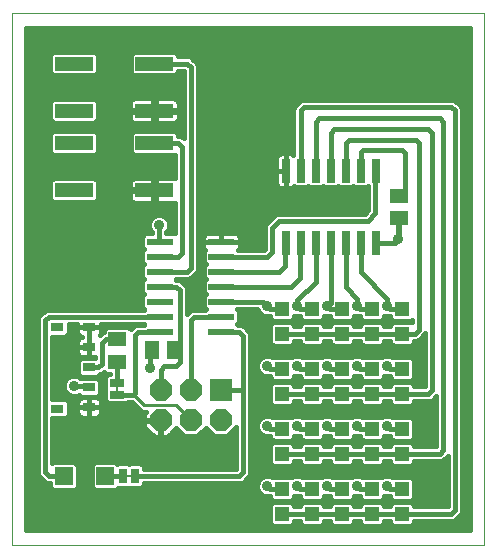
<source format=gtl>
G75*
G70*
%OFA0B0*%
%FSLAX24Y24*%
%IPPOS*%
%LPD*%
%AMOC8*
5,1,8,0,0,1.08239X$1,22.5*
%
%ADD10C,0.0000*%
%ADD11R,0.0870X0.0240*%
%ADD12R,0.0740X0.0740*%
%ADD13OC8,0.0740*%
%ADD14R,0.0512X0.0591*%
%ADD15R,0.0472X0.0472*%
%ADD16R,0.0260X0.0800*%
%ADD17R,0.0591X0.0512*%
%ADD18R,0.0433X0.0315*%
%ADD19R,0.0591X0.0591*%
%ADD20R,0.1260X0.0472*%
%ADD21C,0.0080*%
%ADD22R,0.0500X0.0250*%
%ADD23R,0.0250X0.0500*%
%ADD24C,0.0160*%
%ADD25C,0.0357*%
%ADD26C,0.0100*%
D10*
X004992Y001305D02*
X004992Y019022D01*
X020740Y019022D01*
X020740Y001305D01*
X004992Y001305D01*
D11*
X009930Y008405D03*
X009930Y008905D03*
X009930Y009405D03*
X009930Y009905D03*
X009930Y010405D03*
X009930Y010905D03*
X009930Y011405D03*
X011980Y011405D03*
X011980Y010905D03*
X011980Y010405D03*
X011980Y009905D03*
X011980Y009405D03*
X011980Y008905D03*
X011980Y008405D03*
D12*
X011955Y006455D03*
D13*
X011955Y005455D03*
X010955Y005455D03*
X010955Y006455D03*
X009955Y006455D03*
X009955Y005455D03*
D14*
X009656Y007780D03*
X010404Y007780D03*
D15*
X014005Y008342D03*
X014005Y009168D03*
X015005Y009168D03*
X015005Y008342D03*
X016005Y008342D03*
X016005Y009168D03*
X017005Y009168D03*
X017005Y008342D03*
X018005Y008342D03*
X018005Y009168D03*
X018005Y007168D03*
X018005Y006342D03*
X017005Y006342D03*
X017005Y007168D03*
X016005Y007168D03*
X016005Y006342D03*
X015005Y006342D03*
X015005Y007168D03*
X014005Y007168D03*
X014005Y006342D03*
X014005Y005168D03*
X014005Y004342D03*
X015005Y004342D03*
X015005Y005168D03*
X016005Y005168D03*
X016005Y004342D03*
X017005Y004342D03*
X017005Y005168D03*
X018005Y005168D03*
X018005Y004342D03*
X018005Y003168D03*
X018005Y002342D03*
X017005Y002342D03*
X017005Y003168D03*
X016005Y003168D03*
X016005Y002342D03*
X015005Y002342D03*
X015005Y003168D03*
X014005Y003168D03*
X014005Y002342D03*
D16*
X014119Y011356D03*
X014619Y011356D03*
X015119Y011356D03*
X015619Y011356D03*
X016119Y011356D03*
X016619Y011356D03*
X017119Y011356D03*
X017119Y013776D03*
X016619Y013776D03*
X016119Y013776D03*
X015619Y013776D03*
X015119Y013776D03*
X014619Y013776D03*
X014119Y013776D03*
D17*
X017882Y012930D03*
X017882Y012182D03*
X008508Y008155D03*
X008508Y007407D03*
D18*
X007570Y007219D03*
X007570Y006550D03*
X007570Y005881D03*
X006507Y005841D03*
X007570Y007888D03*
X007570Y008558D03*
X006507Y008558D03*
D19*
X006731Y003593D03*
X008109Y003593D03*
D20*
X007066Y013118D03*
X007066Y014692D03*
X007066Y015768D03*
X007066Y017342D03*
X009744Y017342D03*
X009744Y015768D03*
X009744Y014692D03*
X009744Y013118D03*
D21*
X008505Y006655D02*
X008505Y006355D01*
X008755Y003605D02*
X009055Y003605D01*
D22*
X008505Y006305D03*
X008505Y006705D03*
D23*
X008705Y003605D03*
X009105Y003605D03*
D24*
X012580Y003605D01*
X012705Y003730D01*
X012705Y006455D01*
X011955Y006455D01*
X012705Y006455D02*
X012705Y008255D01*
X012580Y008380D01*
X011955Y008380D01*
X011980Y008405D01*
X011980Y008905D02*
X011080Y008905D01*
X010955Y008780D01*
X010955Y006455D01*
X010480Y007255D02*
X010080Y007255D01*
X009955Y007130D01*
X009955Y006455D01*
X009467Y005745D02*
X009405Y005683D01*
X009405Y005475D01*
X009935Y005475D01*
X009935Y005435D01*
X009975Y005435D01*
X009975Y004905D01*
X010183Y004905D01*
X010469Y005191D01*
X010735Y004925D01*
X011175Y004925D01*
X011455Y005205D01*
X011735Y004925D01*
X012175Y004925D01*
X012465Y005215D01*
X012465Y003845D01*
X009390Y003845D01*
X009390Y003921D01*
X009296Y004015D01*
X008914Y004015D01*
X008905Y004006D01*
X008896Y004015D01*
X008514Y004015D01*
X008509Y004010D01*
X008470Y004048D01*
X007747Y004048D01*
X007654Y003955D01*
X007654Y003232D01*
X007747Y003138D01*
X008470Y003138D01*
X008528Y003195D01*
X008896Y003195D01*
X008905Y003204D01*
X008914Y003195D01*
X009296Y003195D01*
X009390Y003289D01*
X009390Y003365D01*
X012628Y003365D01*
X012716Y003402D01*
X012841Y003527D01*
X012908Y003594D01*
X012945Y003682D01*
X012945Y008303D01*
X012908Y008391D01*
X012716Y008583D01*
X012628Y008620D01*
X012546Y008620D01*
X012511Y008655D01*
X012575Y008719D01*
X012575Y009091D01*
X012511Y009155D01*
X012521Y009165D01*
X013176Y009165D01*
X013218Y009063D01*
X013313Y008968D01*
X013438Y008917D01*
X013572Y008917D01*
X013601Y008928D01*
X013609Y008928D01*
X013609Y008866D01*
X013703Y008772D01*
X014307Y008772D01*
X014401Y008866D01*
X014401Y008932D01*
X014438Y008917D01*
X014572Y008917D01*
X014601Y008928D01*
X014609Y008928D01*
X014609Y008866D01*
X014703Y008772D01*
X015307Y008772D01*
X015401Y008866D01*
X015401Y008932D01*
X015438Y008917D01*
X015572Y008917D01*
X015601Y008928D01*
X015609Y008928D01*
X015609Y008866D01*
X015703Y008772D01*
X016307Y008772D01*
X016401Y008866D01*
X016401Y008932D01*
X016438Y008917D01*
X016572Y008917D01*
X016601Y008928D01*
X016609Y008928D01*
X016609Y008866D01*
X016703Y008772D01*
X017307Y008772D01*
X017401Y008866D01*
X017401Y008932D01*
X017438Y008917D01*
X017572Y008917D01*
X017601Y008928D01*
X017609Y008928D01*
X017609Y008866D01*
X017703Y008772D01*
X018307Y008772D01*
X018315Y008780D01*
X018315Y008730D01*
X018307Y008738D01*
X017703Y008738D01*
X017609Y008644D01*
X017609Y008582D01*
X017401Y008582D01*
X017401Y008644D01*
X017307Y008738D01*
X016703Y008738D01*
X016609Y008644D01*
X016609Y008582D01*
X016401Y008582D01*
X016401Y008644D01*
X016307Y008738D01*
X015703Y008738D01*
X015609Y008644D01*
X015609Y008582D01*
X015401Y008582D01*
X015401Y008644D01*
X015307Y008738D01*
X014703Y008738D01*
X014609Y008644D01*
X014609Y008582D01*
X014401Y008582D01*
X014401Y008644D01*
X014307Y008738D01*
X013703Y008738D01*
X013609Y008644D01*
X013609Y008039D01*
X013703Y007945D01*
X014307Y007945D01*
X014401Y008039D01*
X014401Y008102D01*
X014609Y008102D01*
X014609Y008039D01*
X014703Y007945D01*
X015307Y007945D01*
X015401Y008039D01*
X015401Y008102D01*
X015609Y008102D01*
X015609Y008039D01*
X015703Y007945D01*
X016307Y007945D01*
X016401Y008039D01*
X016401Y008102D01*
X016609Y008102D01*
X016609Y008039D01*
X016703Y007945D01*
X017307Y007945D01*
X017401Y008039D01*
X017401Y008102D01*
X017609Y008102D01*
X017609Y008039D01*
X017703Y007945D01*
X018307Y007945D01*
X018401Y008039D01*
X018401Y008102D01*
X018478Y008102D01*
X018566Y008138D01*
X018633Y008206D01*
X018758Y008331D01*
X018765Y008346D01*
X018765Y006582D01*
X018401Y006582D01*
X018401Y006644D01*
X018307Y006738D01*
X017703Y006738D01*
X017609Y006644D01*
X017609Y006582D01*
X017401Y006582D01*
X017401Y006644D01*
X017307Y006738D01*
X016703Y006738D01*
X016609Y006644D01*
X016609Y006582D01*
X016401Y006582D01*
X016401Y006644D01*
X016307Y006738D01*
X015703Y006738D01*
X015609Y006644D01*
X015609Y006582D01*
X015401Y006582D01*
X015401Y006644D01*
X015307Y006738D01*
X014703Y006738D01*
X014609Y006644D01*
X014609Y006582D01*
X014401Y006582D01*
X014401Y006644D01*
X014307Y006738D01*
X013703Y006738D01*
X013609Y006644D01*
X013609Y006039D01*
X013703Y005945D01*
X014307Y005945D01*
X014401Y006039D01*
X014401Y006102D01*
X014609Y006102D01*
X014609Y006039D01*
X014703Y005945D01*
X015307Y005945D01*
X015401Y006039D01*
X015401Y006102D01*
X015609Y006102D01*
X015609Y006039D01*
X015703Y005945D01*
X016307Y005945D01*
X016401Y006039D01*
X016401Y006102D01*
X016609Y006102D01*
X016609Y006039D01*
X016703Y005945D01*
X017307Y005945D01*
X017401Y006039D01*
X017401Y006102D01*
X017609Y006102D01*
X017609Y006039D01*
X017703Y005945D01*
X018307Y005945D01*
X018401Y006039D01*
X018401Y006102D01*
X018928Y006102D01*
X019016Y006138D01*
X019083Y006206D01*
X019140Y006262D01*
X019140Y004582D01*
X018401Y004582D01*
X018401Y004644D01*
X018307Y004738D01*
X017703Y004738D01*
X017609Y004644D01*
X017609Y004582D01*
X017401Y004582D01*
X017401Y004644D01*
X017307Y004738D01*
X016703Y004738D01*
X016609Y004644D01*
X016609Y004582D01*
X016401Y004582D01*
X016401Y004644D01*
X016307Y004738D01*
X015703Y004738D01*
X015609Y004644D01*
X015609Y004582D01*
X015401Y004582D01*
X015401Y004644D01*
X015307Y004738D01*
X014703Y004738D01*
X014609Y004644D01*
X014609Y004582D01*
X014401Y004582D01*
X014401Y004644D01*
X014307Y004738D01*
X013703Y004738D01*
X013609Y004644D01*
X013609Y004039D01*
X013703Y003945D01*
X014307Y003945D01*
X014401Y004039D01*
X014401Y004102D01*
X014609Y004102D01*
X014609Y004039D01*
X014703Y003945D01*
X015307Y003945D01*
X015401Y004039D01*
X015401Y004102D01*
X015609Y004102D01*
X015609Y004039D01*
X015703Y003945D01*
X016307Y003945D01*
X016401Y004039D01*
X016401Y004102D01*
X016609Y004102D01*
X016609Y004039D01*
X016703Y003945D01*
X017307Y003945D01*
X017401Y004039D01*
X017401Y004102D01*
X017609Y004102D01*
X017609Y004039D01*
X017703Y003945D01*
X018307Y003945D01*
X018401Y004039D01*
X018401Y004102D01*
X019303Y004102D01*
X019391Y004138D01*
X019458Y004206D01*
X019515Y004262D01*
X019515Y002582D01*
X018401Y002582D01*
X018401Y002644D01*
X018307Y002738D01*
X017703Y002738D01*
X017609Y002644D01*
X017609Y002582D01*
X017401Y002582D01*
X017401Y002644D01*
X017307Y002738D01*
X016703Y002738D01*
X016609Y002644D01*
X016609Y002582D01*
X016401Y002582D01*
X016401Y002644D01*
X016307Y002738D01*
X015703Y002738D01*
X015609Y002644D01*
X015609Y002582D01*
X015401Y002582D01*
X015401Y002644D01*
X015307Y002738D01*
X014703Y002738D01*
X014609Y002644D01*
X014609Y002582D01*
X014401Y002582D01*
X014401Y002644D01*
X014307Y002738D01*
X013703Y002738D01*
X013609Y002644D01*
X013609Y002039D01*
X013703Y001945D01*
X014307Y001945D01*
X014401Y002039D01*
X014401Y002102D01*
X014609Y002102D01*
X014609Y002039D01*
X014703Y001945D01*
X015307Y001945D01*
X015401Y002039D01*
X015401Y002102D01*
X015609Y002102D01*
X015609Y002039D01*
X015703Y001945D01*
X016307Y001945D01*
X016401Y002039D01*
X016401Y002102D01*
X016609Y002102D01*
X016609Y002039D01*
X016703Y001945D01*
X017307Y001945D01*
X017401Y002039D01*
X017401Y002102D01*
X017609Y002102D01*
X017609Y002039D01*
X017703Y001945D01*
X018307Y001945D01*
X018401Y002039D01*
X018401Y002102D01*
X019678Y002102D01*
X019766Y002138D01*
X019833Y002206D01*
X019958Y002331D01*
X019995Y002419D01*
X019995Y015828D01*
X019958Y015916D01*
X019891Y015983D01*
X019766Y016108D01*
X019678Y016145D01*
X014696Y016145D01*
X014608Y016108D01*
X014416Y015916D01*
X014379Y015828D01*
X014379Y014301D01*
X014360Y014320D01*
X014319Y014344D01*
X014273Y014356D01*
X014119Y014356D01*
X013965Y014356D01*
X013920Y014344D01*
X013879Y014320D01*
X013845Y014287D01*
X013821Y014246D01*
X013809Y014200D01*
X013809Y013776D01*
X013809Y013352D01*
X013821Y013307D01*
X013845Y013266D01*
X013879Y013232D01*
X013920Y013208D01*
X013965Y013196D01*
X014119Y013196D01*
X014119Y013776D01*
X013809Y013776D01*
X014119Y013776D01*
X014119Y013776D01*
X014119Y013776D01*
X014119Y014356D01*
X014119Y013776D01*
X014119Y013776D01*
X014119Y013196D01*
X014273Y013196D01*
X014319Y013208D01*
X014360Y013232D01*
X014383Y013256D01*
X014423Y013216D01*
X014815Y013216D01*
X014869Y013270D01*
X014923Y013216D01*
X015315Y013216D01*
X015369Y013270D01*
X015423Y013216D01*
X015815Y013216D01*
X015869Y013270D01*
X015923Y013216D01*
X016315Y013216D01*
X016369Y013270D01*
X016423Y013216D01*
X016815Y013216D01*
X016865Y013266D01*
X016865Y012454D01*
X016756Y012345D01*
X013857Y012345D01*
X013769Y012308D01*
X013702Y012241D01*
X013452Y011991D01*
X013415Y011903D01*
X013415Y011154D01*
X013406Y011145D01*
X012530Y011145D01*
X012559Y011174D01*
X012583Y011216D01*
X012595Y011261D01*
X012595Y011405D01*
X012595Y011549D01*
X012583Y011594D01*
X012559Y011636D01*
X012526Y011669D01*
X012484Y011693D01*
X012439Y011705D01*
X011980Y011705D01*
X011980Y011405D01*
X011980Y011405D01*
X012595Y011405D01*
X011980Y011405D01*
X011980Y011405D01*
X011980Y011405D01*
X011365Y011405D01*
X011365Y011549D01*
X011377Y011594D01*
X011401Y011636D01*
X011434Y011669D01*
X011476Y011693D01*
X011521Y011705D01*
X011980Y011705D01*
X011980Y011405D01*
X011365Y011405D01*
X011365Y011261D01*
X011377Y011216D01*
X011401Y011174D01*
X011434Y011141D01*
X011435Y011141D01*
X011385Y011091D01*
X011385Y010719D01*
X011449Y010655D01*
X011385Y010591D01*
X011385Y010219D01*
X011449Y010155D01*
X011385Y010091D01*
X011385Y009719D01*
X011449Y009655D01*
X011385Y009591D01*
X011385Y009219D01*
X011449Y009155D01*
X011439Y009145D01*
X011032Y009145D01*
X010944Y009108D01*
X010877Y009041D01*
X010845Y009009D01*
X010845Y009828D01*
X010808Y009916D01*
X010616Y010108D01*
X010528Y010145D01*
X010471Y010145D01*
X010461Y010155D01*
X010471Y010165D01*
X010878Y010165D01*
X010966Y010202D01*
X011033Y010269D01*
X011158Y010394D01*
X011195Y010482D01*
X011195Y017265D01*
X011158Y017353D01*
X011091Y017421D01*
X010966Y017546D01*
X010878Y017582D01*
X010534Y017582D01*
X010534Y017645D01*
X010440Y017739D01*
X009047Y017739D01*
X008954Y017645D01*
X008954Y017040D01*
X009047Y016946D01*
X010440Y016946D01*
X010534Y017040D01*
X010534Y017102D01*
X010715Y017102D01*
X010715Y014847D01*
X010666Y014896D01*
X010578Y014932D01*
X010534Y014932D01*
X010534Y014995D01*
X010440Y015089D01*
X009047Y015089D01*
X008954Y014995D01*
X008954Y014390D01*
X009047Y014296D01*
X010415Y014296D01*
X010415Y013529D01*
X010397Y013534D01*
X009782Y013534D01*
X009782Y013156D01*
X009705Y013156D01*
X009705Y013079D01*
X009782Y013079D01*
X009782Y012701D01*
X010397Y012701D01*
X010415Y012706D01*
X010415Y011685D01*
X010145Y011685D01*
X010145Y011716D01*
X010192Y011763D01*
X010243Y011888D01*
X010243Y012022D01*
X010192Y012147D01*
X010097Y012242D01*
X009972Y012293D01*
X009838Y012293D01*
X009713Y012242D01*
X009618Y012147D01*
X009567Y012022D01*
X009567Y011888D01*
X009618Y011763D01*
X009665Y011716D01*
X009665Y011685D01*
X009429Y011685D01*
X009335Y011591D01*
X009335Y011219D01*
X009399Y011155D01*
X009335Y011091D01*
X009335Y010719D01*
X009399Y010655D01*
X009335Y010591D01*
X009335Y010219D01*
X009399Y010155D01*
X009335Y010091D01*
X009335Y009719D01*
X009399Y009655D01*
X009335Y009591D01*
X009335Y009219D01*
X009399Y009155D01*
X009389Y009145D01*
X006182Y009145D01*
X006094Y009108D01*
X005969Y008983D01*
X005902Y008916D01*
X005865Y008828D01*
X005865Y003670D01*
X005902Y003582D01*
X006027Y003457D01*
X006094Y003390D01*
X006182Y003353D01*
X006276Y003353D01*
X006276Y003232D01*
X006369Y003138D01*
X007093Y003138D01*
X007186Y003232D01*
X007186Y003955D01*
X007093Y004048D01*
X006369Y004048D01*
X006345Y004024D01*
X006345Y005524D01*
X006790Y005524D01*
X006884Y005617D01*
X006884Y006065D01*
X006790Y006159D01*
X006345Y006159D01*
X006345Y008240D01*
X006790Y008240D01*
X006884Y008334D01*
X006884Y008665D01*
X007173Y008665D01*
X007173Y008558D01*
X007570Y008558D01*
X007966Y008558D01*
X007966Y008665D01*
X009389Y008665D01*
X009399Y008655D01*
X009389Y008645D01*
X009157Y008645D01*
X009069Y008608D01*
X009002Y008541D01*
X008951Y008490D01*
X008870Y008571D01*
X008146Y008571D01*
X008053Y008477D01*
X008053Y008383D01*
X007994Y008359D01*
X007938Y008302D01*
X007954Y008331D01*
X007966Y008377D01*
X007966Y008558D01*
X007570Y008558D01*
X007570Y008558D01*
X007570Y008558D01*
X007173Y008558D01*
X007173Y008377D01*
X007186Y008331D01*
X007209Y008290D01*
X007243Y008256D01*
X007284Y008233D01*
X007319Y008223D01*
X007284Y008214D01*
X007243Y008190D01*
X007209Y008156D01*
X007186Y008115D01*
X007173Y008070D01*
X007173Y007888D01*
X007173Y007707D01*
X007186Y007662D01*
X007209Y007620D01*
X007243Y007587D01*
X007284Y007563D01*
X007330Y007551D01*
X007570Y007551D01*
X007765Y007551D01*
X007765Y007537D01*
X007287Y007537D01*
X007193Y007443D01*
X007193Y006995D01*
X007287Y006902D01*
X007853Y006902D01*
X007932Y006981D01*
X008016Y007016D01*
X008069Y007069D01*
X008146Y006991D01*
X008265Y006991D01*
X008265Y006990D01*
X008189Y006990D01*
X008095Y006896D01*
X008095Y006514D01*
X008104Y006505D01*
X008095Y006496D01*
X008095Y006114D01*
X008189Y006020D01*
X008821Y006020D01*
X008866Y006065D01*
X008998Y006065D01*
X009018Y006045D01*
X009318Y005745D01*
X009467Y005745D01*
X009465Y005743D02*
X007966Y005743D01*
X007966Y005699D02*
X007966Y005881D01*
X007966Y006062D01*
X007954Y006108D01*
X007931Y006149D01*
X007897Y006182D01*
X007856Y006206D01*
X007810Y006218D01*
X007570Y006218D01*
X007570Y005881D01*
X007570Y005881D01*
X007570Y006218D01*
X007330Y006218D01*
X007284Y006206D01*
X007243Y006182D01*
X007209Y006149D01*
X007186Y006108D01*
X007173Y006062D01*
X007173Y005881D01*
X007570Y005881D01*
X007966Y005881D01*
X007570Y005881D01*
X007570Y005881D01*
X007570Y005881D01*
X007173Y005881D01*
X007173Y005699D01*
X007186Y005654D01*
X007209Y005613D01*
X007243Y005579D01*
X007284Y005555D01*
X007330Y005543D01*
X007570Y005543D01*
X007810Y005543D01*
X007856Y005555D01*
X007897Y005579D01*
X007931Y005613D01*
X007954Y005654D01*
X007966Y005699D01*
X007902Y005585D02*
X009405Y005585D01*
X009405Y005435D02*
X009405Y005227D01*
X009727Y004905D01*
X009935Y004905D01*
X009935Y005435D01*
X009405Y005435D01*
X009405Y005426D02*
X006345Y005426D01*
X006345Y005268D02*
X009405Y005268D01*
X009523Y005109D02*
X006345Y005109D01*
X006345Y004951D02*
X009682Y004951D01*
X009935Y004951D02*
X009975Y004951D01*
X009975Y005109D02*
X009935Y005109D01*
X009935Y005268D02*
X009975Y005268D01*
X009975Y005426D02*
X009935Y005426D01*
X010387Y005109D02*
X010551Y005109D01*
X010710Y004951D02*
X010228Y004951D01*
X011200Y004951D02*
X011710Y004951D01*
X011551Y005109D02*
X011359Y005109D01*
X012200Y004951D02*
X012465Y004951D01*
X012465Y005109D02*
X012359Y005109D01*
X012465Y004792D02*
X006345Y004792D01*
X006345Y004634D02*
X012465Y004634D01*
X012465Y004475D02*
X006345Y004475D01*
X006345Y004317D02*
X012465Y004317D01*
X012465Y004158D02*
X006345Y004158D01*
X006105Y003718D02*
X006230Y003593D01*
X006731Y003593D01*
X007186Y003524D02*
X007654Y003524D01*
X007654Y003366D02*
X007186Y003366D01*
X007162Y003207D02*
X007678Y003207D01*
X007654Y003683D02*
X007186Y003683D01*
X007186Y003841D02*
X007654Y003841D01*
X007698Y004000D02*
X007141Y004000D01*
X008109Y003593D02*
X008121Y003605D01*
X008705Y003605D01*
X009308Y003207D02*
X013167Y003207D01*
X013167Y003188D02*
X013218Y003063D01*
X013313Y002968D01*
X013438Y002917D01*
X013572Y002917D01*
X013601Y002928D01*
X013609Y002928D01*
X013609Y002866D01*
X013703Y002772D01*
X014307Y002772D01*
X014401Y002866D01*
X014401Y002932D01*
X014438Y002917D01*
X014572Y002917D01*
X014601Y002928D01*
X014609Y002928D01*
X014609Y002866D01*
X014703Y002772D01*
X015307Y002772D01*
X015401Y002866D01*
X015401Y002932D01*
X015438Y002917D01*
X015572Y002917D01*
X015601Y002928D01*
X015609Y002928D01*
X015609Y002866D01*
X015703Y002772D01*
X016307Y002772D01*
X016401Y002866D01*
X016401Y002932D01*
X016438Y002917D01*
X016572Y002917D01*
X016601Y002928D01*
X016609Y002928D01*
X016609Y002866D01*
X016703Y002772D01*
X017307Y002772D01*
X017401Y002866D01*
X017401Y002932D01*
X017438Y002917D01*
X017572Y002917D01*
X017601Y002928D01*
X017609Y002928D01*
X017609Y002866D01*
X017703Y002772D01*
X018307Y002772D01*
X018401Y002866D01*
X018401Y003471D01*
X018307Y003565D01*
X017703Y003565D01*
X017685Y003547D01*
X017572Y003593D01*
X017438Y003593D01*
X017325Y003547D01*
X017307Y003565D01*
X016703Y003565D01*
X016685Y003547D01*
X016572Y003593D01*
X016438Y003593D01*
X016325Y003547D01*
X016307Y003565D01*
X015703Y003565D01*
X015685Y003547D01*
X015572Y003593D01*
X015438Y003593D01*
X015325Y003547D01*
X015307Y003565D01*
X014703Y003565D01*
X014685Y003547D01*
X014572Y003593D01*
X014438Y003593D01*
X014325Y003547D01*
X014307Y003565D01*
X013703Y003565D01*
X013685Y003547D01*
X013572Y003593D01*
X013438Y003593D01*
X013313Y003542D01*
X013218Y003447D01*
X013167Y003322D01*
X013167Y003188D01*
X013233Y003049D02*
X005472Y003049D01*
X005472Y003207D02*
X006300Y003207D01*
X006153Y003366D02*
X005472Y003366D01*
X005472Y003524D02*
X005960Y003524D01*
X005865Y003683D02*
X005472Y003683D01*
X005472Y003841D02*
X005865Y003841D01*
X005865Y004000D02*
X005472Y004000D01*
X005472Y004158D02*
X005865Y004158D01*
X005865Y004317D02*
X005472Y004317D01*
X005472Y004475D02*
X005865Y004475D01*
X005865Y004634D02*
X005472Y004634D01*
X005472Y004792D02*
X005865Y004792D01*
X005865Y004951D02*
X005472Y004951D01*
X005472Y005109D02*
X005865Y005109D01*
X005865Y005268D02*
X005472Y005268D01*
X005472Y005426D02*
X005865Y005426D01*
X005865Y005585D02*
X005472Y005585D01*
X005472Y005743D02*
X005865Y005743D01*
X005865Y005902D02*
X005472Y005902D01*
X005472Y006060D02*
X005865Y006060D01*
X005865Y006219D02*
X005472Y006219D01*
X005472Y006377D02*
X005865Y006377D01*
X005865Y006536D02*
X005472Y006536D01*
X005472Y006694D02*
X005865Y006694D01*
X005865Y006853D02*
X005472Y006853D01*
X005472Y007011D02*
X005865Y007011D01*
X005865Y007170D02*
X005472Y007170D01*
X005472Y007328D02*
X005865Y007328D01*
X005865Y007487D02*
X005472Y007487D01*
X005472Y007645D02*
X005865Y007645D01*
X005865Y007804D02*
X005472Y007804D01*
X005472Y007962D02*
X005865Y007962D01*
X005865Y008121D02*
X005472Y008121D01*
X005472Y008279D02*
X005865Y008279D01*
X005865Y008438D02*
X005472Y008438D01*
X005472Y008596D02*
X005865Y008596D01*
X005865Y008755D02*
X005472Y008755D01*
X005472Y008913D02*
X005900Y008913D01*
X006057Y009072D02*
X005472Y009072D01*
X005472Y009230D02*
X009335Y009230D01*
X009335Y009389D02*
X005472Y009389D01*
X005472Y009547D02*
X009335Y009547D01*
X009348Y009706D02*
X005472Y009706D01*
X005472Y009864D02*
X009335Y009864D01*
X009335Y010023D02*
X005472Y010023D01*
X005472Y010181D02*
X009373Y010181D01*
X009335Y010340D02*
X005472Y010340D01*
X005472Y010498D02*
X009335Y010498D01*
X009397Y010657D02*
X005472Y010657D01*
X005472Y010815D02*
X009335Y010815D01*
X009335Y010974D02*
X005472Y010974D01*
X005472Y011132D02*
X009376Y011132D01*
X009335Y011291D02*
X005472Y011291D01*
X005472Y011449D02*
X009335Y011449D01*
X009351Y011608D02*
X005472Y011608D01*
X005472Y011766D02*
X009617Y011766D01*
X009567Y011925D02*
X005472Y011925D01*
X005472Y012083D02*
X009592Y012083D01*
X009713Y012242D02*
X005472Y012242D01*
X005472Y012400D02*
X010415Y012400D01*
X010415Y012242D02*
X010097Y012242D01*
X010218Y012083D02*
X010415Y012083D01*
X010415Y011925D02*
X010243Y011925D01*
X010193Y011766D02*
X010415Y011766D01*
X009905Y011955D02*
X009905Y011430D01*
X009930Y011405D01*
X009930Y010905D02*
X010530Y010905D01*
X010655Y011030D01*
X010655Y014567D01*
X010530Y014692D01*
X009744Y014692D01*
X009782Y015351D02*
X010397Y015351D01*
X010443Y015364D01*
X010484Y015387D01*
X010518Y015421D01*
X010541Y015462D01*
X010554Y015508D01*
X010554Y015729D01*
X010715Y015729D01*
X010715Y015887D02*
X010554Y015887D01*
X010554Y015806D02*
X010554Y016028D01*
X010541Y016073D01*
X010518Y016114D01*
X010484Y016148D01*
X010443Y016172D01*
X010397Y016184D01*
X009782Y016184D01*
X009782Y015806D01*
X009705Y015806D01*
X009705Y015729D01*
X009782Y015729D01*
X009782Y015351D01*
X009782Y015412D02*
X009705Y015412D01*
X009705Y015351D02*
X009090Y015351D01*
X009044Y015364D01*
X009003Y015387D01*
X008970Y015421D01*
X008946Y015462D01*
X008934Y015508D01*
X008934Y015729D01*
X007856Y015729D01*
X007856Y015887D02*
X008934Y015887D01*
X008934Y015806D02*
X009705Y015806D01*
X009705Y016184D01*
X009090Y016184D01*
X009044Y016172D01*
X009003Y016148D01*
X008970Y016114D01*
X008946Y016073D01*
X008934Y016028D01*
X008934Y015806D01*
X008934Y015729D02*
X009705Y015729D01*
X009782Y015729D01*
X009782Y015806D01*
X010554Y015806D01*
X010554Y015729D02*
X009782Y015729D01*
X009705Y015729D02*
X009705Y015351D01*
X009705Y015570D02*
X009782Y015570D01*
X009782Y015887D02*
X009705Y015887D01*
X009705Y016046D02*
X009782Y016046D01*
X010549Y016046D02*
X010715Y016046D01*
X010715Y016204D02*
X005472Y016204D01*
X005472Y016046D02*
X006276Y016046D01*
X006276Y016070D02*
X006370Y016164D01*
X007763Y016164D01*
X007856Y016070D01*
X007856Y015465D01*
X007763Y015371D01*
X006370Y015371D01*
X006276Y015465D01*
X006276Y016070D01*
X006276Y015887D02*
X005472Y015887D01*
X005472Y015729D02*
X006276Y015729D01*
X006276Y015570D02*
X005472Y015570D01*
X005472Y015412D02*
X006330Y015412D01*
X006370Y015089D02*
X006276Y014995D01*
X006276Y014390D01*
X006370Y014296D01*
X007763Y014296D01*
X007856Y014390D01*
X007856Y014995D01*
X007763Y015089D01*
X006370Y015089D01*
X006276Y014936D02*
X005472Y014936D01*
X005472Y014778D02*
X006276Y014778D01*
X006276Y014619D02*
X005472Y014619D01*
X005472Y014461D02*
X006276Y014461D01*
X006364Y014302D02*
X005472Y014302D01*
X005472Y014144D02*
X010415Y014144D01*
X010415Y013985D02*
X005472Y013985D01*
X005472Y013827D02*
X010415Y013827D01*
X010415Y013668D02*
X005472Y013668D01*
X005472Y013510D02*
X006366Y013510D01*
X006370Y013514D02*
X006276Y013420D01*
X006276Y012815D01*
X006370Y012721D01*
X007763Y012721D01*
X007856Y012815D01*
X007856Y013420D01*
X007763Y013514D01*
X006370Y013514D01*
X006276Y013351D02*
X005472Y013351D01*
X005472Y013193D02*
X006276Y013193D01*
X006276Y013034D02*
X005472Y013034D01*
X005472Y012876D02*
X006276Y012876D01*
X005472Y012717D02*
X009038Y012717D01*
X009044Y012714D02*
X009003Y012737D01*
X008970Y012771D01*
X008946Y012812D01*
X008934Y012858D01*
X008934Y013079D01*
X009705Y013079D01*
X009705Y012701D01*
X009090Y012701D01*
X009044Y012714D01*
X008934Y012876D02*
X007856Y012876D01*
X007856Y013034D02*
X008934Y013034D01*
X008934Y013156D02*
X009705Y013156D01*
X009705Y013534D01*
X009090Y013534D01*
X009044Y013522D01*
X009003Y013498D01*
X008970Y013464D01*
X008946Y013423D01*
X008934Y013378D01*
X008934Y013156D01*
X008934Y013193D02*
X007856Y013193D01*
X007856Y013351D02*
X008934Y013351D01*
X009023Y013510D02*
X007767Y013510D01*
X007768Y014302D02*
X009042Y014302D01*
X008954Y014461D02*
X007856Y014461D01*
X007856Y014619D02*
X008954Y014619D01*
X008954Y014778D02*
X007856Y014778D01*
X007856Y014936D02*
X008954Y014936D01*
X008979Y015412D02*
X007803Y015412D01*
X007856Y015570D02*
X008934Y015570D01*
X008938Y016046D02*
X007856Y016046D01*
X007763Y016946D02*
X007856Y017040D01*
X007856Y017645D01*
X007763Y017739D01*
X006370Y017739D01*
X006276Y017645D01*
X006276Y017040D01*
X006370Y016946D01*
X007763Y016946D01*
X007813Y016997D02*
X008997Y016997D01*
X008954Y017155D02*
X007856Y017155D01*
X007856Y017314D02*
X008954Y017314D01*
X008954Y017472D02*
X007856Y017472D01*
X007856Y017631D02*
X008954Y017631D01*
X009744Y017342D02*
X010830Y017342D01*
X010955Y017217D01*
X010955Y010530D01*
X010830Y010405D01*
X009930Y010405D01*
X009930Y009905D02*
X010480Y009905D01*
X010605Y009780D01*
X010605Y007805D01*
X010580Y007780D01*
X010404Y007780D01*
X010605Y007805D02*
X010605Y007380D01*
X010480Y007255D01*
X009605Y007205D02*
X009605Y007729D01*
X009656Y007780D01*
X009105Y008305D02*
X009205Y008405D01*
X009930Y008405D01*
X009930Y008905D02*
X006230Y008905D01*
X006105Y008780D01*
X006105Y003718D01*
X005472Y002890D02*
X013609Y002890D01*
X013696Y002732D02*
X005472Y002732D01*
X005472Y002573D02*
X013609Y002573D01*
X013609Y002415D02*
X005472Y002415D01*
X005472Y002256D02*
X013609Y002256D01*
X013609Y002098D02*
X005472Y002098D01*
X005472Y001939D02*
X020260Y001939D01*
X020260Y001785D02*
X005472Y001785D01*
X005472Y018542D01*
X020260Y018542D01*
X020260Y001785D01*
X020260Y002098D02*
X018401Y002098D01*
X018005Y002342D02*
X019630Y002342D01*
X019755Y002467D01*
X019755Y015780D01*
X019630Y015905D01*
X014744Y015905D01*
X014619Y015780D01*
X014619Y013776D01*
X015119Y013776D02*
X015119Y015405D01*
X015244Y015530D01*
X019255Y015530D01*
X019380Y015405D01*
X019380Y004467D01*
X019255Y004342D01*
X018005Y004342D01*
X017005Y004342D01*
X016005Y004342D01*
X015005Y004342D01*
X014005Y004342D01*
X013609Y004317D02*
X012945Y004317D01*
X012945Y004475D02*
X013609Y004475D01*
X013609Y004634D02*
X012945Y004634D01*
X012945Y004792D02*
X013683Y004792D01*
X013703Y004772D02*
X014307Y004772D01*
X014401Y004866D01*
X014401Y004932D01*
X014438Y004917D01*
X014572Y004917D01*
X014601Y004928D01*
X014609Y004928D01*
X014609Y004866D01*
X014703Y004772D01*
X015307Y004772D01*
X015401Y004866D01*
X015401Y004932D01*
X015438Y004917D01*
X015572Y004917D01*
X015601Y004928D01*
X015609Y004928D01*
X015609Y004866D01*
X015703Y004772D01*
X016307Y004772D01*
X016401Y004866D01*
X016401Y004932D01*
X016438Y004917D01*
X016572Y004917D01*
X016601Y004928D01*
X016609Y004928D01*
X016609Y004866D01*
X016703Y004772D01*
X017307Y004772D01*
X017401Y004866D01*
X017401Y004932D01*
X017438Y004917D01*
X017572Y004917D01*
X017601Y004928D01*
X017609Y004928D01*
X017609Y004866D01*
X017703Y004772D01*
X018307Y004772D01*
X018401Y004866D01*
X018401Y005471D01*
X018307Y005565D01*
X017703Y005565D01*
X017685Y005547D01*
X017572Y005593D01*
X017438Y005593D01*
X017325Y005547D01*
X017307Y005565D01*
X016703Y005565D01*
X016685Y005547D01*
X016572Y005593D01*
X016438Y005593D01*
X016325Y005547D01*
X016307Y005565D01*
X015703Y005565D01*
X015685Y005547D01*
X015572Y005593D01*
X015438Y005593D01*
X015325Y005547D01*
X015307Y005565D01*
X014703Y005565D01*
X014685Y005547D01*
X014572Y005593D01*
X014438Y005593D01*
X014325Y005547D01*
X014307Y005565D01*
X013703Y005565D01*
X013685Y005547D01*
X013572Y005593D01*
X013438Y005593D01*
X013313Y005542D01*
X013218Y005447D01*
X013167Y005322D01*
X013167Y005188D01*
X013218Y005063D01*
X013313Y004968D01*
X013438Y004917D01*
X013572Y004917D01*
X013601Y004928D01*
X013609Y004928D01*
X013609Y004866D01*
X013703Y004772D01*
X013356Y004951D02*
X012945Y004951D01*
X012945Y005109D02*
X013199Y005109D01*
X013167Y005268D02*
X012945Y005268D01*
X012945Y005426D02*
X013210Y005426D01*
X013416Y005585D02*
X012945Y005585D01*
X012945Y005743D02*
X019140Y005743D01*
X019140Y005585D02*
X017594Y005585D01*
X017416Y005585D02*
X016594Y005585D01*
X016416Y005585D02*
X015594Y005585D01*
X015416Y005585D02*
X014594Y005585D01*
X014416Y005585D02*
X013594Y005585D01*
X013505Y005255D02*
X013592Y005168D01*
X014005Y005168D01*
X014327Y004792D02*
X014683Y004792D01*
X014609Y004634D02*
X014401Y004634D01*
X014592Y005168D02*
X014505Y005255D01*
X014592Y005168D02*
X015005Y005168D01*
X015327Y004792D02*
X015683Y004792D01*
X015609Y004634D02*
X015401Y004634D01*
X015592Y005168D02*
X015505Y005255D01*
X015592Y005168D02*
X016005Y005168D01*
X016327Y004792D02*
X016683Y004792D01*
X016609Y004634D02*
X016401Y004634D01*
X016592Y005168D02*
X016505Y005255D01*
X016592Y005168D02*
X017005Y005168D01*
X017327Y004792D02*
X017683Y004792D01*
X017609Y004634D02*
X017401Y004634D01*
X017592Y005168D02*
X017505Y005255D01*
X017592Y005168D02*
X018005Y005168D01*
X018401Y005109D02*
X019140Y005109D01*
X019140Y004951D02*
X018401Y004951D01*
X018327Y004792D02*
X019140Y004792D01*
X019140Y004634D02*
X018401Y004634D01*
X018401Y005268D02*
X019140Y005268D01*
X019140Y005426D02*
X018401Y005426D01*
X018401Y006060D02*
X019140Y006060D01*
X019140Y005902D02*
X012945Y005902D01*
X012945Y006060D02*
X013609Y006060D01*
X013609Y006219D02*
X012945Y006219D01*
X012945Y006377D02*
X013609Y006377D01*
X013609Y006536D02*
X012945Y006536D01*
X012945Y006694D02*
X013659Y006694D01*
X013703Y006772D02*
X014307Y006772D01*
X014401Y006866D01*
X014401Y006932D01*
X014438Y006917D01*
X014572Y006917D01*
X014601Y006928D01*
X014609Y006928D01*
X014609Y006866D01*
X014703Y006772D01*
X015307Y006772D01*
X015401Y006866D01*
X015401Y006932D01*
X015438Y006917D01*
X015572Y006917D01*
X015601Y006928D01*
X015609Y006928D01*
X015609Y006866D01*
X015703Y006772D01*
X016307Y006772D01*
X016401Y006866D01*
X016401Y006932D01*
X016438Y006917D01*
X016572Y006917D01*
X016601Y006928D01*
X016609Y006928D01*
X016609Y006866D01*
X016703Y006772D01*
X017307Y006772D01*
X017401Y006866D01*
X017401Y006932D01*
X017438Y006917D01*
X017572Y006917D01*
X017601Y006928D01*
X017609Y006928D01*
X017609Y006866D01*
X017703Y006772D01*
X018307Y006772D01*
X018401Y006866D01*
X018401Y007471D01*
X018307Y007565D01*
X017703Y007565D01*
X017685Y007547D01*
X017572Y007593D01*
X017438Y007593D01*
X017325Y007547D01*
X017307Y007565D01*
X016703Y007565D01*
X016685Y007547D01*
X016572Y007593D01*
X016438Y007593D01*
X016325Y007547D01*
X016307Y007565D01*
X015703Y007565D01*
X015685Y007547D01*
X015572Y007593D01*
X015438Y007593D01*
X015325Y007547D01*
X015307Y007565D01*
X014703Y007565D01*
X014685Y007547D01*
X014572Y007593D01*
X014438Y007593D01*
X014325Y007547D01*
X014307Y007565D01*
X013703Y007565D01*
X013685Y007547D01*
X013572Y007593D01*
X013438Y007593D01*
X013313Y007542D01*
X013218Y007447D01*
X013167Y007322D01*
X013167Y007188D01*
X013218Y007063D01*
X013313Y006968D01*
X013438Y006917D01*
X013572Y006917D01*
X013601Y006928D01*
X013609Y006928D01*
X013609Y006866D01*
X013703Y006772D01*
X013622Y006853D02*
X012945Y006853D01*
X012945Y007011D02*
X013270Y007011D01*
X013174Y007170D02*
X012945Y007170D01*
X012945Y007328D02*
X013169Y007328D01*
X013258Y007487D02*
X012945Y007487D01*
X012945Y007645D02*
X018765Y007645D01*
X018765Y007487D02*
X018386Y007487D01*
X018401Y007328D02*
X018765Y007328D01*
X018765Y007170D02*
X018401Y007170D01*
X018401Y007011D02*
X018765Y007011D01*
X018765Y006853D02*
X018388Y006853D01*
X018351Y006694D02*
X018765Y006694D01*
X019005Y006467D02*
X018880Y006342D01*
X018005Y006342D01*
X017005Y006342D01*
X016005Y006342D01*
X015005Y006342D01*
X014005Y006342D01*
X014401Y006060D02*
X014609Y006060D01*
X014659Y006694D02*
X014351Y006694D01*
X014388Y006853D02*
X014622Y006853D01*
X014592Y007168D02*
X014505Y007255D01*
X014592Y007168D02*
X015005Y007168D01*
X015388Y006853D02*
X015622Y006853D01*
X015659Y006694D02*
X015351Y006694D01*
X015401Y006060D02*
X015609Y006060D01*
X016401Y006060D02*
X016609Y006060D01*
X016659Y006694D02*
X016351Y006694D01*
X016388Y006853D02*
X016622Y006853D01*
X016592Y007168D02*
X016505Y007255D01*
X016592Y007168D02*
X017005Y007168D01*
X017388Y006853D02*
X017622Y006853D01*
X017659Y006694D02*
X017351Y006694D01*
X017401Y006060D02*
X017609Y006060D01*
X017592Y007168D02*
X017505Y007255D01*
X017592Y007168D02*
X018005Y007168D01*
X017686Y007962D02*
X017324Y007962D01*
X017005Y008342D02*
X016005Y008342D01*
X015005Y008342D01*
X014005Y008342D01*
X013609Y008279D02*
X012945Y008279D01*
X012945Y008121D02*
X013609Y008121D01*
X013686Y007962D02*
X012945Y007962D01*
X012945Y007804D02*
X018765Y007804D01*
X018765Y007962D02*
X018324Y007962D01*
X018523Y008121D02*
X018765Y008121D01*
X018765Y008279D02*
X018707Y008279D01*
X018555Y008467D02*
X018430Y008342D01*
X018005Y008342D01*
X017005Y008342D01*
X017401Y008596D02*
X017609Y008596D01*
X017609Y008913D02*
X017401Y008913D01*
X017592Y009168D02*
X018005Y009168D01*
X017592Y009168D02*
X017505Y009255D01*
X017505Y009505D01*
X016619Y010391D01*
X016619Y011356D01*
X016119Y011356D02*
X016119Y009891D01*
X016505Y009505D01*
X016505Y009255D01*
X016592Y009168D01*
X017005Y009168D01*
X016609Y008913D02*
X016401Y008913D01*
X016401Y008596D02*
X016609Y008596D01*
X016686Y007962D02*
X016324Y007962D01*
X015686Y007962D02*
X015324Y007962D01*
X014686Y007962D02*
X014324Y007962D01*
X014401Y008596D02*
X014609Y008596D01*
X014609Y008913D02*
X014401Y008913D01*
X014592Y009168D02*
X015005Y009168D01*
X014592Y009168D02*
X014505Y009255D01*
X014505Y009455D01*
X015119Y010069D01*
X015119Y011356D01*
X014619Y011356D02*
X014605Y011342D01*
X014605Y010205D01*
X014305Y009905D01*
X011980Y009905D01*
X011980Y009405D02*
X013380Y009405D01*
X013505Y009280D01*
X013505Y009255D01*
X013592Y009168D01*
X014005Y009168D01*
X013609Y008913D02*
X012575Y008913D01*
X012575Y008755D02*
X018315Y008755D01*
X018555Y008467D02*
X018555Y014705D01*
X018455Y014805D01*
X016244Y014805D01*
X016119Y014680D01*
X016119Y013776D01*
X015619Y013776D02*
X015619Y015030D01*
X015744Y015155D01*
X018880Y015155D01*
X019005Y015030D01*
X019005Y006467D01*
X019096Y006219D02*
X019140Y006219D01*
X019995Y006219D02*
X020260Y006219D01*
X020260Y006377D02*
X019995Y006377D01*
X019995Y006536D02*
X020260Y006536D01*
X020260Y006694D02*
X019995Y006694D01*
X019995Y006853D02*
X020260Y006853D01*
X020260Y007011D02*
X019995Y007011D01*
X019995Y007170D02*
X020260Y007170D01*
X020260Y007328D02*
X019995Y007328D01*
X019995Y007487D02*
X020260Y007487D01*
X020260Y007645D02*
X019995Y007645D01*
X019995Y007804D02*
X020260Y007804D01*
X020260Y007962D02*
X019995Y007962D01*
X019995Y008121D02*
X020260Y008121D01*
X020260Y008279D02*
X019995Y008279D01*
X019995Y008438D02*
X020260Y008438D01*
X020260Y008596D02*
X019995Y008596D01*
X019995Y008755D02*
X020260Y008755D01*
X020260Y008913D02*
X019995Y008913D01*
X019995Y009072D02*
X020260Y009072D01*
X020260Y009230D02*
X019995Y009230D01*
X019995Y009389D02*
X020260Y009389D01*
X020260Y009547D02*
X019995Y009547D01*
X019995Y009706D02*
X020260Y009706D01*
X020260Y009864D02*
X019995Y009864D01*
X019995Y010023D02*
X020260Y010023D01*
X020260Y010181D02*
X019995Y010181D01*
X019995Y010340D02*
X020260Y010340D01*
X020260Y010498D02*
X019995Y010498D01*
X019995Y010657D02*
X020260Y010657D01*
X020260Y010815D02*
X019995Y010815D01*
X019995Y010974D02*
X020260Y010974D01*
X020260Y011132D02*
X019995Y011132D01*
X019995Y011291D02*
X020260Y011291D01*
X020260Y011449D02*
X019995Y011449D01*
X019995Y011608D02*
X020260Y011608D01*
X020260Y011766D02*
X019995Y011766D01*
X019995Y011925D02*
X020260Y011925D01*
X020260Y012083D02*
X019995Y012083D01*
X019995Y012242D02*
X020260Y012242D01*
X020260Y012400D02*
X019995Y012400D01*
X019995Y012559D02*
X020260Y012559D01*
X020260Y012717D02*
X019995Y012717D01*
X019995Y012876D02*
X020260Y012876D01*
X020260Y013034D02*
X019995Y013034D01*
X019995Y013193D02*
X020260Y013193D01*
X020260Y013351D02*
X019995Y013351D01*
X019995Y013510D02*
X020260Y013510D01*
X020260Y013668D02*
X019995Y013668D01*
X019995Y013827D02*
X020260Y013827D01*
X020260Y013985D02*
X019995Y013985D01*
X019995Y014144D02*
X020260Y014144D01*
X020260Y014302D02*
X019995Y014302D01*
X019995Y014461D02*
X020260Y014461D01*
X020260Y014619D02*
X019995Y014619D01*
X019995Y014778D02*
X020260Y014778D01*
X020260Y014936D02*
X019995Y014936D01*
X019995Y015095D02*
X020260Y015095D01*
X020260Y015253D02*
X019995Y015253D01*
X019995Y015412D02*
X020260Y015412D01*
X020260Y015570D02*
X019995Y015570D01*
X019995Y015729D02*
X020260Y015729D01*
X020260Y015887D02*
X019970Y015887D01*
X019891Y015983D02*
X019891Y015983D01*
X019829Y016046D02*
X020260Y016046D01*
X020260Y016204D02*
X011195Y016204D01*
X011195Y016046D02*
X014545Y016046D01*
X014404Y015887D02*
X011195Y015887D01*
X011195Y015729D02*
X014379Y015729D01*
X014379Y015570D02*
X011195Y015570D01*
X011195Y015412D02*
X014379Y015412D01*
X014379Y015253D02*
X011195Y015253D01*
X011195Y015095D02*
X014379Y015095D01*
X014379Y014936D02*
X011195Y014936D01*
X011195Y014778D02*
X014379Y014778D01*
X014379Y014619D02*
X011195Y014619D01*
X011195Y014461D02*
X014379Y014461D01*
X014378Y014302D02*
X014379Y014302D01*
X014119Y014302D02*
X014119Y014302D01*
X014119Y014144D02*
X014119Y014144D01*
X014119Y013985D02*
X014119Y013985D01*
X014119Y013827D02*
X014119Y013827D01*
X014119Y013668D02*
X014119Y013668D01*
X014119Y013510D02*
X014119Y013510D01*
X014119Y013351D02*
X014119Y013351D01*
X013810Y013351D02*
X011195Y013351D01*
X011195Y013193D02*
X016865Y013193D01*
X016865Y013034D02*
X011195Y013034D01*
X011195Y012876D02*
X016865Y012876D01*
X016865Y012717D02*
X011195Y012717D01*
X011195Y012559D02*
X016865Y012559D01*
X016811Y012400D02*
X011195Y012400D01*
X011195Y012242D02*
X013702Y012242D01*
X013544Y012083D02*
X011195Y012083D01*
X011195Y011925D02*
X013424Y011925D01*
X013415Y011766D02*
X011195Y011766D01*
X011195Y011608D02*
X011385Y011608D01*
X011365Y011449D02*
X011195Y011449D01*
X011195Y011291D02*
X011365Y011291D01*
X011426Y011132D02*
X011195Y011132D01*
X011195Y010974D02*
X011385Y010974D01*
X011385Y010815D02*
X011195Y010815D01*
X011195Y010657D02*
X011447Y010657D01*
X011385Y010498D02*
X011195Y010498D01*
X011104Y010340D02*
X011385Y010340D01*
X011423Y010181D02*
X010916Y010181D01*
X010702Y010023D02*
X011385Y010023D01*
X011385Y009864D02*
X010830Y009864D01*
X010845Y009706D02*
X011398Y009706D01*
X011385Y009547D02*
X010845Y009547D01*
X010845Y009389D02*
X011385Y009389D01*
X011385Y009230D02*
X010845Y009230D01*
X010845Y009072D02*
X010907Y009072D01*
X011980Y010405D02*
X013905Y010405D01*
X014105Y010605D01*
X014105Y011342D01*
X014119Y011356D01*
X013655Y011055D02*
X013655Y011855D01*
X013905Y012105D01*
X016855Y012105D01*
X017105Y012355D01*
X017105Y013762D01*
X017119Y013776D01*
X016630Y013765D02*
X016630Y014380D01*
X016705Y014455D01*
X018005Y014455D01*
X018105Y014355D01*
X018105Y012957D01*
X017882Y012930D01*
X017882Y012182D02*
X017880Y012180D01*
X017880Y011505D01*
X017882Y011481D02*
X017882Y012182D01*
X017882Y011481D02*
X017757Y011356D01*
X017119Y011356D01*
X015619Y011356D02*
X015619Y009369D01*
X015505Y009255D01*
X015592Y009168D01*
X016005Y009168D01*
X015609Y008913D02*
X015401Y008913D01*
X015401Y008596D02*
X015609Y008596D01*
X015505Y007255D02*
X015592Y007168D01*
X016005Y007168D01*
X014005Y007168D02*
X013592Y007168D01*
X013505Y007255D01*
X013609Y008438D02*
X012862Y008438D01*
X012686Y008596D02*
X013609Y008596D01*
X013215Y009072D02*
X012575Y009072D01*
X011980Y010905D02*
X013505Y010905D01*
X013655Y011055D01*
X013415Y011291D02*
X012595Y011291D01*
X012595Y011449D02*
X013415Y011449D01*
X013415Y011608D02*
X012575Y011608D01*
X011980Y011608D02*
X011980Y011608D01*
X011980Y011449D02*
X011980Y011449D01*
X010415Y012559D02*
X005472Y012559D01*
X005472Y015095D02*
X010715Y015095D01*
X010715Y015253D02*
X005472Y015253D01*
X005472Y016363D02*
X010715Y016363D01*
X010715Y016521D02*
X005472Y016521D01*
X005472Y016680D02*
X010715Y016680D01*
X010715Y016838D02*
X005472Y016838D01*
X005472Y016997D02*
X006320Y016997D01*
X006276Y017155D02*
X005472Y017155D01*
X005472Y017314D02*
X006276Y017314D01*
X006276Y017472D02*
X005472Y017472D01*
X005472Y017631D02*
X006276Y017631D01*
X005472Y017789D02*
X020260Y017789D01*
X020260Y017631D02*
X010534Y017631D01*
X011040Y017472D02*
X020260Y017472D01*
X020260Y017314D02*
X011175Y017314D01*
X011195Y017155D02*
X020260Y017155D01*
X020260Y016997D02*
X011195Y016997D01*
X011195Y016838D02*
X020260Y016838D01*
X020260Y016680D02*
X011195Y016680D01*
X011195Y016521D02*
X020260Y016521D01*
X020260Y016363D02*
X011195Y016363D01*
X010715Y016997D02*
X010490Y016997D01*
X010554Y015570D02*
X010715Y015570D01*
X010715Y015412D02*
X010508Y015412D01*
X010534Y014936D02*
X010715Y014936D01*
X011195Y014302D02*
X013861Y014302D01*
X013809Y014144D02*
X011195Y014144D01*
X011195Y013985D02*
X013809Y013985D01*
X013809Y013827D02*
X011195Y013827D01*
X011195Y013668D02*
X013809Y013668D01*
X013809Y013510D02*
X011195Y013510D01*
X009782Y013510D02*
X009705Y013510D01*
X009705Y013351D02*
X009782Y013351D01*
X009782Y013193D02*
X009705Y013193D01*
X009705Y013034D02*
X009782Y013034D01*
X009782Y012876D02*
X009705Y012876D01*
X009705Y012717D02*
X009782Y012717D01*
X009057Y008596D02*
X007966Y008596D01*
X007966Y008438D02*
X008053Y008438D01*
X008130Y008155D02*
X008005Y008030D01*
X008005Y007344D01*
X007880Y007219D01*
X007570Y007219D01*
X007570Y007551D02*
X007570Y007888D01*
X007570Y007551D01*
X007570Y007645D02*
X007570Y007645D01*
X007570Y007804D02*
X007570Y007804D01*
X007570Y007888D02*
X007570Y007888D01*
X007173Y007888D01*
X007570Y007888D01*
X007570Y007888D01*
X007570Y008558D01*
X007570Y008226D01*
X007570Y007888D01*
X007570Y007888D01*
X007570Y007962D02*
X007570Y007962D01*
X007570Y008121D02*
X007570Y008121D01*
X007570Y008279D02*
X007570Y008279D01*
X007570Y008438D02*
X007570Y008438D01*
X007570Y008558D02*
X007570Y008558D01*
X007173Y008596D02*
X006884Y008596D01*
X006884Y008438D02*
X007173Y008438D01*
X007220Y008279D02*
X006829Y008279D01*
X007189Y008121D02*
X006345Y008121D01*
X006345Y007962D02*
X007173Y007962D01*
X007173Y007804D02*
X006345Y007804D01*
X006345Y007645D02*
X007195Y007645D01*
X007237Y007487D02*
X006345Y007487D01*
X006345Y007328D02*
X007193Y007328D01*
X007193Y007170D02*
X006345Y007170D01*
X006345Y007011D02*
X007193Y007011D01*
X007122Y006943D02*
X006988Y006943D01*
X006863Y006892D01*
X006768Y006797D01*
X006717Y006672D01*
X006717Y006538D01*
X006768Y006413D01*
X006863Y006318D01*
X006988Y006267D01*
X007122Y006267D01*
X007215Y006305D01*
X007287Y006232D01*
X007853Y006232D01*
X007946Y006326D01*
X007946Y006774D01*
X007853Y006867D01*
X007287Y006867D01*
X007279Y006859D01*
X007247Y006892D01*
X007122Y006943D01*
X006824Y006853D02*
X006345Y006853D01*
X006345Y006694D02*
X006726Y006694D01*
X006717Y006536D02*
X006345Y006536D01*
X006345Y006377D02*
X006804Y006377D01*
X006884Y006060D02*
X007173Y006060D01*
X007173Y005902D02*
X006884Y005902D01*
X006884Y005743D02*
X007173Y005743D01*
X007237Y005585D02*
X006851Y005585D01*
X006345Y006219D02*
X008095Y006219D01*
X008095Y006377D02*
X007946Y006377D01*
X007946Y006536D02*
X008095Y006536D01*
X008095Y006694D02*
X007946Y006694D01*
X007868Y006853D02*
X008095Y006853D01*
X008127Y007011D02*
X008005Y007011D01*
X008505Y006705D02*
X008505Y007404D01*
X008508Y007407D01*
X008508Y008155D02*
X008130Y008155D01*
X009105Y008305D02*
X009105Y006355D01*
X009055Y006305D01*
X008505Y006305D01*
X008149Y006060D02*
X007966Y006060D01*
X007966Y005902D02*
X009162Y005902D01*
X009003Y006060D02*
X008861Y006060D01*
X007570Y006060D02*
X007570Y006060D01*
X007570Y005902D02*
X007570Y005902D01*
X007570Y005881D02*
X007570Y005543D01*
X007570Y005881D01*
X007570Y005881D01*
X007570Y005743D02*
X007570Y005743D01*
X007570Y005585D02*
X007570Y005585D01*
X007570Y006550D02*
X007515Y006605D01*
X007055Y006605D01*
X009312Y004000D02*
X012465Y004000D01*
X012945Y004000D02*
X013648Y004000D01*
X013609Y004158D02*
X012945Y004158D01*
X012945Y003841D02*
X019515Y003841D01*
X019515Y003683D02*
X012945Y003683D01*
X012838Y003524D02*
X013295Y003524D01*
X013184Y003366D02*
X012629Y003366D01*
X013505Y003255D02*
X013592Y003168D01*
X014005Y003168D01*
X014401Y002890D02*
X014609Y002890D01*
X014696Y002732D02*
X014314Y002732D01*
X014005Y002342D02*
X015005Y002342D01*
X016005Y002342D01*
X017005Y002342D01*
X018005Y002342D01*
X017696Y002732D02*
X017314Y002732D01*
X017401Y002890D02*
X017609Y002890D01*
X017592Y003168D02*
X017505Y003255D01*
X017592Y003168D02*
X018005Y003168D01*
X018401Y003207D02*
X019515Y003207D01*
X019515Y003049D02*
X018401Y003049D01*
X018401Y002890D02*
X019515Y002890D01*
X019515Y002732D02*
X018314Y002732D01*
X018401Y003366D02*
X019515Y003366D01*
X019515Y003524D02*
X018348Y003524D01*
X018362Y004000D02*
X019515Y004000D01*
X019515Y004158D02*
X019411Y004158D01*
X019995Y004158D02*
X020260Y004158D01*
X020260Y004000D02*
X019995Y004000D01*
X019995Y003841D02*
X020260Y003841D01*
X020260Y003683D02*
X019995Y003683D01*
X019995Y003524D02*
X020260Y003524D01*
X020260Y003366D02*
X019995Y003366D01*
X019995Y003207D02*
X020260Y003207D01*
X020260Y003049D02*
X019995Y003049D01*
X019995Y002890D02*
X020260Y002890D01*
X020260Y002732D02*
X019995Y002732D01*
X019995Y002573D02*
X020260Y002573D01*
X020260Y002415D02*
X019993Y002415D01*
X019884Y002256D02*
X020260Y002256D01*
X020260Y004317D02*
X019995Y004317D01*
X019995Y004475D02*
X020260Y004475D01*
X020260Y004634D02*
X019995Y004634D01*
X019995Y004792D02*
X020260Y004792D01*
X020260Y004951D02*
X019995Y004951D01*
X019995Y005109D02*
X020260Y005109D01*
X020260Y005268D02*
X019995Y005268D01*
X019995Y005426D02*
X020260Y005426D01*
X020260Y005585D02*
X019995Y005585D01*
X019995Y005743D02*
X020260Y005743D01*
X020260Y005902D02*
X019995Y005902D01*
X019995Y006060D02*
X020260Y006060D01*
X017648Y004000D02*
X017362Y004000D01*
X016648Y004000D02*
X016362Y004000D01*
X015648Y004000D02*
X015362Y004000D01*
X014648Y004000D02*
X014362Y004000D01*
X014505Y003255D02*
X014592Y003168D01*
X015005Y003168D01*
X015401Y002890D02*
X015609Y002890D01*
X015696Y002732D02*
X015314Y002732D01*
X015592Y003168D02*
X015505Y003255D01*
X015592Y003168D02*
X016005Y003168D01*
X016401Y002890D02*
X016609Y002890D01*
X016696Y002732D02*
X016314Y002732D01*
X016592Y003168D02*
X016505Y003255D01*
X016592Y003168D02*
X017005Y003168D01*
X017401Y002098D02*
X017609Y002098D01*
X016609Y002098D02*
X016401Y002098D01*
X015609Y002098D02*
X015401Y002098D01*
X014609Y002098D02*
X014401Y002098D01*
X016630Y013765D02*
X016619Y013776D01*
X020260Y017948D02*
X005472Y017948D01*
X005472Y018106D02*
X020260Y018106D01*
X020260Y018265D02*
X005472Y018265D01*
X005472Y018423D02*
X020260Y018423D01*
D25*
X017880Y011505D03*
X017505Y009255D03*
X016505Y009255D03*
X015505Y009255D03*
X014505Y009255D03*
X013505Y009255D03*
X013505Y007255D03*
X014505Y007255D03*
X015505Y007255D03*
X016505Y007255D03*
X017505Y007255D03*
X017505Y005255D03*
X016505Y005255D03*
X015505Y005255D03*
X014505Y005255D03*
X013505Y005255D03*
X013505Y003255D03*
X014505Y003255D03*
X015505Y003255D03*
X016505Y003255D03*
X017505Y003255D03*
X009605Y007205D03*
X007055Y006605D03*
X009905Y011955D03*
X012480Y015855D03*
D26*
X009105Y006355D02*
X009105Y006255D01*
X009405Y005955D01*
X010455Y005955D01*
X010955Y005455D01*
M02*

</source>
